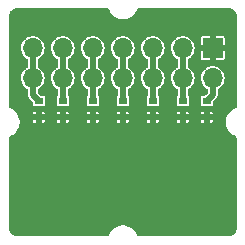
<source format=gbr>
%TF.GenerationSoftware,KiCad,Pcbnew,6.0.7+dfsg-1~bpo11+1*%
%TF.CreationDate,2022-10-07T09:30:16+00:00*%
%TF.ProjectId,0101-INDICATORS,30313031-2d49-44e4-9449-4341544f5253,rev?*%
%TF.SameCoordinates,Original*%
%TF.FileFunction,Copper,L2,Bot*%
%TF.FilePolarity,Positive*%
%FSLAX46Y46*%
G04 Gerber Fmt 4.6, Leading zero omitted, Abs format (unit mm)*
G04 Created by KiCad (PCBNEW 6.0.7+dfsg-1~bpo11+1) date 2022-10-07 09:30:16*
%MOMM*%
%LPD*%
G01*
G04 APERTURE LIST*
%TA.AperFunction,ComponentPad*%
%ADD10R,1.700000X1.700000*%
%TD*%
%TA.AperFunction,ComponentPad*%
%ADD11O,1.700000X1.700000*%
%TD*%
%TA.AperFunction,SMDPad,CuDef*%
%ADD12R,0.700000X0.600000*%
%TD*%
%TA.AperFunction,ViaPad*%
%ADD13C,0.500000*%
%TD*%
%TA.AperFunction,Conductor*%
%ADD14C,0.500000*%
%TD*%
G04 APERTURE END LIST*
D10*
%TO.P,J1,1,Pin_1*%
%TO.N,GND*%
X17425000Y16075000D03*
D11*
%TO.P,J1,2,Pin_2*%
%TO.N,VCC*%
X17425000Y13535000D03*
%TO.P,J1,3,Pin_3*%
%TO.N,/LED6*%
X14885000Y16075000D03*
%TO.P,J1,4,Pin_4*%
X14885000Y13535000D03*
%TO.P,J1,5,Pin_5*%
%TO.N,/LED5*%
X12345000Y16075000D03*
%TO.P,J1,6,Pin_6*%
X12345000Y13535000D03*
%TO.P,J1,7,Pin_7*%
%TO.N,/LED4*%
X9805000Y16075000D03*
%TO.P,J1,8,Pin_8*%
X9805000Y13535000D03*
%TO.P,J1,9,Pin_9*%
%TO.N,/LED3*%
X7265000Y16075000D03*
%TO.P,J1,10,Pin_10*%
X7265000Y13535000D03*
%TO.P,J1,11,Pin_11*%
%TO.N,/LED2*%
X4725000Y16075000D03*
%TO.P,J1,12,Pin_12*%
X4725000Y13535000D03*
%TO.P,J1,13,Pin_13*%
%TO.N,/LED1*%
X2185000Y16075000D03*
%TO.P,J1,14,Pin_14*%
X2185000Y13535000D03*
%TD*%
D12*
%TO.P,D9,1,A1*%
%TO.N,/LED3*%
X7260000Y11610000D03*
%TO.P,D9,2,A2*%
%TO.N,GND*%
X7260000Y10210000D03*
%TD*%
%TO.P,D10,1,A1*%
%TO.N,/LED4*%
X9800000Y11610000D03*
%TO.P,D10,2,A2*%
%TO.N,GND*%
X9800000Y10210000D03*
%TD*%
%TO.P,D7,1,A1*%
%TO.N,/LED1*%
X2688000Y11610000D03*
%TO.P,D7,2,A2*%
%TO.N,GND*%
X2688000Y10210000D03*
%TD*%
%TO.P,D12,1,A1*%
%TO.N,/LED6*%
X14880000Y11610000D03*
%TO.P,D12,2,A2*%
%TO.N,GND*%
X14880000Y10210000D03*
%TD*%
%TO.P,D8,1,A1*%
%TO.N,/LED2*%
X4720000Y11610000D03*
%TO.P,D8,2,A2*%
%TO.N,GND*%
X4720000Y10210000D03*
%TD*%
%TO.P,D13,1,A1*%
%TO.N,VCC*%
X16912000Y11610000D03*
%TO.P,D13,2,A2*%
%TO.N,GND*%
X16912000Y10210000D03*
%TD*%
%TO.P,D11,1,A1*%
%TO.N,/LED5*%
X12340000Y11610000D03*
%TO.P,D11,2,A2*%
%TO.N,GND*%
X12340000Y10210000D03*
%TD*%
D13*
%TO.N,GND*%
X910000Y7735000D03*
X11070000Y7735000D03*
X8530000Y7735000D03*
X8530000Y9640000D03*
X3450000Y7735000D03*
X16150000Y7735000D03*
X13610000Y9640000D03*
X5990000Y9640000D03*
X5990000Y7735000D03*
X18690000Y7735000D03*
X11070000Y9640000D03*
X16150000Y9132000D03*
X13610000Y7735000D03*
X3450000Y9132000D03*
%TD*%
D14*
%TO.N,VCC*%
X17425000Y12123000D02*
X16912000Y11610000D01*
X17425000Y13535000D02*
X17425000Y12123000D01*
%TO.N,/LED1*%
X2185000Y16075000D02*
X2185000Y12113000D01*
X2185000Y12113000D02*
X2688000Y11610000D01*
X2180000Y16070000D02*
X2185000Y16075000D01*
%TO.N,/LED2*%
X4720000Y16070000D02*
X4725000Y16075000D01*
X4720000Y11610000D02*
X4720000Y16070000D01*
%TO.N,/LED3*%
X7260000Y16070000D02*
X7265000Y16075000D01*
X7260000Y11610000D02*
X7260000Y16070000D01*
%TO.N,/LED4*%
X9800000Y11610000D02*
X9800000Y16070000D01*
X9800000Y16070000D02*
X9805000Y16075000D01*
%TO.N,/LED5*%
X12340000Y11610000D02*
X12340000Y16070000D01*
X12340000Y16070000D02*
X12345000Y16075000D01*
%TO.N,/LED6*%
X14880000Y16070000D02*
X14885000Y16075000D01*
X14880000Y11610000D02*
X14880000Y16070000D01*
%TD*%
%TA.AperFunction,Conductor*%
%TO.N,GND*%
G36*
X8553332Y19429498D02*
G01*
X8599825Y19375842D01*
X8601115Y19372667D01*
X8601476Y19371320D01*
X8687324Y19181795D01*
X8690190Y19177505D01*
X8746090Y19093828D01*
X8802901Y19008786D01*
X8945119Y18856918D01*
X9110178Y18730247D01*
X9293668Y18632159D01*
X9298545Y18630503D01*
X9298548Y18630502D01*
X9485802Y18566931D01*
X9490686Y18565273D01*
X9695969Y18531377D01*
X9904031Y18531377D01*
X10109314Y18565273D01*
X10114198Y18566931D01*
X10301452Y18630502D01*
X10301455Y18630503D01*
X10306332Y18632159D01*
X10489822Y18730247D01*
X10654881Y18856918D01*
X10797099Y19008786D01*
X10853911Y19093828D01*
X10909810Y19177505D01*
X10912676Y19181795D01*
X10963341Y19293646D01*
X10998524Y19371320D01*
X10999686Y19370793D01*
X11037922Y19423337D01*
X11104100Y19449046D01*
X11114789Y19449500D01*
X18763598Y19449500D01*
X18771315Y19448484D01*
X18783978Y19448484D01*
X18800000Y19444191D01*
X18813583Y19447830D01*
X18816043Y19447692D01*
X18930420Y19434805D01*
X18957928Y19428526D01*
X19068407Y19389868D01*
X19093820Y19377631D01*
X19192943Y19315349D01*
X19214998Y19297759D01*
X19297759Y19214998D01*
X19315349Y19192943D01*
X19377631Y19093820D01*
X19389868Y19068407D01*
X19428526Y18957928D01*
X19434805Y18930420D01*
X19447692Y18816043D01*
X19447830Y18813583D01*
X19444191Y18800000D01*
X19448484Y18783978D01*
X19448484Y18771315D01*
X19449500Y18763598D01*
X19449500Y11114789D01*
X19429498Y11046668D01*
X19375842Y11000175D01*
X19372667Y10998885D01*
X19371320Y10998524D01*
X19181795Y10912676D01*
X19177505Y10909810D01*
X19013074Y10799964D01*
X19013070Y10799961D01*
X19008786Y10797099D01*
X18856918Y10654881D01*
X18730247Y10489822D01*
X18632159Y10306332D01*
X18630503Y10301455D01*
X18630502Y10301452D01*
X18566931Y10114198D01*
X18565273Y10109314D01*
X18531377Y9904031D01*
X18531377Y9695969D01*
X18565273Y9490686D01*
X18566931Y9485803D01*
X18566931Y9485802D01*
X18607160Y9367306D01*
X18632159Y9293668D01*
X18730247Y9110178D01*
X18856918Y8945119D01*
X19008786Y8802901D01*
X19013070Y8800039D01*
X19013074Y8800036D01*
X19084217Y8752510D01*
X19181795Y8687324D01*
X19186495Y8685195D01*
X19186497Y8685194D01*
X19371320Y8601476D01*
X19370793Y8600314D01*
X19423337Y8562078D01*
X19449046Y8495900D01*
X19449500Y8485211D01*
X19449500Y836402D01*
X19448484Y828685D01*
X19448484Y816022D01*
X19444191Y800000D01*
X19447830Y786417D01*
X19447692Y783957D01*
X19434805Y669580D01*
X19428526Y642072D01*
X19389868Y531593D01*
X19377631Y506180D01*
X19315349Y407057D01*
X19297759Y385002D01*
X19214998Y302241D01*
X19192943Y284651D01*
X19093820Y222369D01*
X19068407Y210132D01*
X18957928Y171474D01*
X18930420Y165195D01*
X18816043Y152308D01*
X18813583Y152170D01*
X18800000Y155809D01*
X18783978Y151516D01*
X18771315Y151516D01*
X18763598Y150500D01*
X11114789Y150500D01*
X11046668Y170502D01*
X11000175Y224158D01*
X10998885Y227333D01*
X10998524Y228680D01*
X10912676Y418205D01*
X10888477Y454429D01*
X10799964Y586926D01*
X10799961Y586930D01*
X10797099Y591214D01*
X10654881Y743082D01*
X10489822Y869753D01*
X10306332Y967841D01*
X10301455Y969497D01*
X10301452Y969498D01*
X10114198Y1033069D01*
X10114197Y1033069D01*
X10109314Y1034727D01*
X9904031Y1068623D01*
X9695969Y1068623D01*
X9490686Y1034727D01*
X9485803Y1033069D01*
X9485802Y1033069D01*
X9298548Y969498D01*
X9298545Y969497D01*
X9293668Y967841D01*
X9110178Y869753D01*
X8945119Y743082D01*
X8802901Y591214D01*
X8800039Y586930D01*
X8800036Y586926D01*
X8711523Y454429D01*
X8687324Y418205D01*
X8685195Y413505D01*
X8685194Y413503D01*
X8634796Y302241D01*
X8601476Y228680D01*
X8600314Y229207D01*
X8562078Y176663D01*
X8495900Y150954D01*
X8485211Y150500D01*
X836402Y150500D01*
X828685Y151516D01*
X816022Y151516D01*
X800000Y155809D01*
X786417Y152170D01*
X783957Y152308D01*
X669580Y165195D01*
X642072Y171474D01*
X531593Y210132D01*
X506180Y222369D01*
X407057Y284651D01*
X385002Y302241D01*
X302241Y385002D01*
X284651Y407057D01*
X222369Y506180D01*
X210132Y531593D01*
X171474Y642072D01*
X165195Y669580D01*
X152308Y783957D01*
X152170Y786417D01*
X155809Y800000D01*
X151516Y816022D01*
X151516Y828685D01*
X150500Y836402D01*
X150500Y8485211D01*
X170502Y8553332D01*
X224158Y8599825D01*
X227333Y8601115D01*
X228680Y8601476D01*
X418205Y8687324D01*
X515783Y8752510D01*
X586926Y8800036D01*
X586930Y8800039D01*
X591214Y8802901D01*
X743082Y8945119D01*
X869753Y9110178D01*
X967841Y9293668D01*
X992841Y9367306D01*
X1033069Y9485802D01*
X1033069Y9485803D01*
X1034727Y9490686D01*
X1068623Y9695969D01*
X1068623Y9901414D01*
X2188001Y9901414D01*
X2189209Y9889154D01*
X2194282Y9863648D01*
X2203599Y9841152D01*
X2222963Y9812172D01*
X2240172Y9794963D01*
X2269156Y9775596D01*
X2291642Y9766282D01*
X2317158Y9761207D01*
X2329412Y9760000D01*
X2415885Y9760000D01*
X2431124Y9764475D01*
X2432329Y9765865D01*
X2434000Y9773548D01*
X2434000Y9778116D01*
X2942000Y9778116D01*
X2946475Y9762877D01*
X2947865Y9761672D01*
X2955548Y9760001D01*
X3046586Y9760001D01*
X3058846Y9761209D01*
X3084352Y9766282D01*
X3106848Y9775599D01*
X3135828Y9794963D01*
X3153037Y9812172D01*
X3172404Y9841156D01*
X3181718Y9863642D01*
X3186793Y9889158D01*
X3188000Y9901412D01*
X3188000Y9901414D01*
X4220001Y9901414D01*
X4221209Y9889154D01*
X4226282Y9863648D01*
X4235599Y9841152D01*
X4254963Y9812172D01*
X4272172Y9794963D01*
X4301156Y9775596D01*
X4323642Y9766282D01*
X4349158Y9761207D01*
X4361412Y9760000D01*
X4447885Y9760000D01*
X4463124Y9764475D01*
X4464329Y9765865D01*
X4466000Y9773548D01*
X4466000Y9778116D01*
X4974000Y9778116D01*
X4978475Y9762877D01*
X4979865Y9761672D01*
X4987548Y9760001D01*
X5078586Y9760001D01*
X5090846Y9761209D01*
X5116352Y9766282D01*
X5138848Y9775599D01*
X5167828Y9794963D01*
X5185037Y9812172D01*
X5204404Y9841156D01*
X5213718Y9863642D01*
X5218793Y9889158D01*
X5220000Y9901412D01*
X5220000Y9901414D01*
X6760001Y9901414D01*
X6761209Y9889154D01*
X6766282Y9863648D01*
X6775599Y9841152D01*
X6794963Y9812172D01*
X6812172Y9794963D01*
X6841156Y9775596D01*
X6863642Y9766282D01*
X6889158Y9761207D01*
X6901412Y9760000D01*
X6987885Y9760000D01*
X7003124Y9764475D01*
X7004329Y9765865D01*
X7006000Y9773548D01*
X7006000Y9778116D01*
X7514000Y9778116D01*
X7518475Y9762877D01*
X7519865Y9761672D01*
X7527548Y9760001D01*
X7618586Y9760001D01*
X7630846Y9761209D01*
X7656352Y9766282D01*
X7678848Y9775599D01*
X7707828Y9794963D01*
X7725037Y9812172D01*
X7744404Y9841156D01*
X7753718Y9863642D01*
X7758793Y9889158D01*
X7760000Y9901412D01*
X7760000Y9901414D01*
X9300001Y9901414D01*
X9301209Y9889154D01*
X9306282Y9863648D01*
X9315599Y9841152D01*
X9334963Y9812172D01*
X9352172Y9794963D01*
X9381156Y9775596D01*
X9403642Y9766282D01*
X9429158Y9761207D01*
X9441412Y9760000D01*
X9527885Y9760000D01*
X9543124Y9764475D01*
X9544329Y9765865D01*
X9546000Y9773548D01*
X9546000Y9778116D01*
X10054000Y9778116D01*
X10058475Y9762877D01*
X10059865Y9761672D01*
X10067548Y9760001D01*
X10158586Y9760001D01*
X10170846Y9761209D01*
X10196352Y9766282D01*
X10218848Y9775599D01*
X10247828Y9794963D01*
X10265037Y9812172D01*
X10284404Y9841156D01*
X10293718Y9863642D01*
X10298793Y9889158D01*
X10300000Y9901412D01*
X10300000Y9901414D01*
X11840001Y9901414D01*
X11841209Y9889154D01*
X11846282Y9863648D01*
X11855599Y9841152D01*
X11874963Y9812172D01*
X11892172Y9794963D01*
X11921156Y9775596D01*
X11943642Y9766282D01*
X11969158Y9761207D01*
X11981412Y9760000D01*
X12067885Y9760000D01*
X12083124Y9764475D01*
X12084329Y9765865D01*
X12086000Y9773548D01*
X12086000Y9778116D01*
X12594000Y9778116D01*
X12598475Y9762877D01*
X12599865Y9761672D01*
X12607548Y9760001D01*
X12698586Y9760001D01*
X12710846Y9761209D01*
X12736352Y9766282D01*
X12758848Y9775599D01*
X12787828Y9794963D01*
X12805037Y9812172D01*
X12824404Y9841156D01*
X12833718Y9863642D01*
X12838793Y9889158D01*
X12840000Y9901412D01*
X12840000Y9901414D01*
X14380001Y9901414D01*
X14381209Y9889154D01*
X14386282Y9863648D01*
X14395599Y9841152D01*
X14414963Y9812172D01*
X14432172Y9794963D01*
X14461156Y9775596D01*
X14483642Y9766282D01*
X14509158Y9761207D01*
X14521412Y9760000D01*
X14607885Y9760000D01*
X14623124Y9764475D01*
X14624329Y9765865D01*
X14626000Y9773548D01*
X14626000Y9778116D01*
X15134000Y9778116D01*
X15138475Y9762877D01*
X15139865Y9761672D01*
X15147548Y9760001D01*
X15238586Y9760001D01*
X15250846Y9761209D01*
X15276352Y9766282D01*
X15298848Y9775599D01*
X15327828Y9794963D01*
X15345037Y9812172D01*
X15364404Y9841156D01*
X15373718Y9863642D01*
X15378793Y9889158D01*
X15380000Y9901412D01*
X15380000Y9901414D01*
X16412001Y9901414D01*
X16413209Y9889154D01*
X16418282Y9863648D01*
X16427599Y9841152D01*
X16446963Y9812172D01*
X16464172Y9794963D01*
X16493156Y9775596D01*
X16515642Y9766282D01*
X16541158Y9761207D01*
X16553412Y9760000D01*
X16639885Y9760000D01*
X16655124Y9764475D01*
X16656329Y9765865D01*
X16658000Y9773548D01*
X16658000Y9778116D01*
X17166000Y9778116D01*
X17170475Y9762877D01*
X17171865Y9761672D01*
X17179548Y9760001D01*
X17270586Y9760001D01*
X17282846Y9761209D01*
X17308352Y9766282D01*
X17330848Y9775599D01*
X17359828Y9794963D01*
X17377037Y9812172D01*
X17396404Y9841156D01*
X17405718Y9863642D01*
X17410793Y9889158D01*
X17412000Y9901412D01*
X17412000Y9937885D01*
X17407525Y9953124D01*
X17406135Y9954329D01*
X17398452Y9956000D01*
X17184115Y9956000D01*
X17168876Y9951525D01*
X17167671Y9950135D01*
X17166000Y9942452D01*
X17166000Y9778116D01*
X16658000Y9778116D01*
X16658000Y9937885D01*
X16653525Y9953124D01*
X16652135Y9954329D01*
X16644452Y9956000D01*
X16430116Y9956000D01*
X16414877Y9951525D01*
X16413672Y9950135D01*
X16412001Y9942452D01*
X16412001Y9901414D01*
X15380000Y9901414D01*
X15380000Y9937885D01*
X15375525Y9953124D01*
X15374135Y9954329D01*
X15366452Y9956000D01*
X15152115Y9956000D01*
X15136876Y9951525D01*
X15135671Y9950135D01*
X15134000Y9942452D01*
X15134000Y9778116D01*
X14626000Y9778116D01*
X14626000Y9937885D01*
X14621525Y9953124D01*
X14620135Y9954329D01*
X14612452Y9956000D01*
X14398116Y9956000D01*
X14382877Y9951525D01*
X14381672Y9950135D01*
X14380001Y9942452D01*
X14380001Y9901414D01*
X12840000Y9901414D01*
X12840000Y9937885D01*
X12835525Y9953124D01*
X12834135Y9954329D01*
X12826452Y9956000D01*
X12612115Y9956000D01*
X12596876Y9951525D01*
X12595671Y9950135D01*
X12594000Y9942452D01*
X12594000Y9778116D01*
X12086000Y9778116D01*
X12086000Y9937885D01*
X12081525Y9953124D01*
X12080135Y9954329D01*
X12072452Y9956000D01*
X11858116Y9956000D01*
X11842877Y9951525D01*
X11841672Y9950135D01*
X11840001Y9942452D01*
X11840001Y9901414D01*
X10300000Y9901414D01*
X10300000Y9937885D01*
X10295525Y9953124D01*
X10294135Y9954329D01*
X10286452Y9956000D01*
X10072115Y9956000D01*
X10056876Y9951525D01*
X10055671Y9950135D01*
X10054000Y9942452D01*
X10054000Y9778116D01*
X9546000Y9778116D01*
X9546000Y9937885D01*
X9541525Y9953124D01*
X9540135Y9954329D01*
X9532452Y9956000D01*
X9318116Y9956000D01*
X9302877Y9951525D01*
X9301672Y9950135D01*
X9300001Y9942452D01*
X9300001Y9901414D01*
X7760000Y9901414D01*
X7760000Y9937885D01*
X7755525Y9953124D01*
X7754135Y9954329D01*
X7746452Y9956000D01*
X7532115Y9956000D01*
X7516876Y9951525D01*
X7515671Y9950135D01*
X7514000Y9942452D01*
X7514000Y9778116D01*
X7006000Y9778116D01*
X7006000Y9937885D01*
X7001525Y9953124D01*
X7000135Y9954329D01*
X6992452Y9956000D01*
X6778116Y9956000D01*
X6762877Y9951525D01*
X6761672Y9950135D01*
X6760001Y9942452D01*
X6760001Y9901414D01*
X5220000Y9901414D01*
X5220000Y9937885D01*
X5215525Y9953124D01*
X5214135Y9954329D01*
X5206452Y9956000D01*
X4992115Y9956000D01*
X4976876Y9951525D01*
X4975671Y9950135D01*
X4974000Y9942452D01*
X4974000Y9778116D01*
X4466000Y9778116D01*
X4466000Y9937885D01*
X4461525Y9953124D01*
X4460135Y9954329D01*
X4452452Y9956000D01*
X4238116Y9956000D01*
X4222877Y9951525D01*
X4221672Y9950135D01*
X4220001Y9942452D01*
X4220001Y9901414D01*
X3188000Y9901414D01*
X3188000Y9937885D01*
X3183525Y9953124D01*
X3182135Y9954329D01*
X3174452Y9956000D01*
X2960115Y9956000D01*
X2944876Y9951525D01*
X2943671Y9950135D01*
X2942000Y9942452D01*
X2942000Y9778116D01*
X2434000Y9778116D01*
X2434000Y9937885D01*
X2429525Y9953124D01*
X2428135Y9954329D01*
X2420452Y9956000D01*
X2206116Y9956000D01*
X2190877Y9951525D01*
X2189672Y9950135D01*
X2188001Y9942452D01*
X2188001Y9901414D01*
X1068623Y9901414D01*
X1068623Y9904031D01*
X1034727Y10109314D01*
X1033069Y10114198D01*
X969498Y10301452D01*
X969497Y10301455D01*
X967841Y10306332D01*
X873873Y10482115D01*
X2188000Y10482115D01*
X2192475Y10466876D01*
X2193865Y10465671D01*
X2201548Y10464000D01*
X2415885Y10464000D01*
X2431124Y10468475D01*
X2432329Y10469865D01*
X2434000Y10477548D01*
X2434000Y10482115D01*
X2942000Y10482115D01*
X2946475Y10466876D01*
X2947865Y10465671D01*
X2955548Y10464000D01*
X3169884Y10464000D01*
X3185123Y10468475D01*
X3186328Y10469865D01*
X3187999Y10477548D01*
X3187999Y10482115D01*
X4220000Y10482115D01*
X4224475Y10466876D01*
X4225865Y10465671D01*
X4233548Y10464000D01*
X4447885Y10464000D01*
X4463124Y10468475D01*
X4464329Y10469865D01*
X4466000Y10477548D01*
X4466000Y10482115D01*
X4974000Y10482115D01*
X4978475Y10466876D01*
X4979865Y10465671D01*
X4987548Y10464000D01*
X5201884Y10464000D01*
X5217123Y10468475D01*
X5218328Y10469865D01*
X5219999Y10477548D01*
X5219999Y10482115D01*
X6760000Y10482115D01*
X6764475Y10466876D01*
X6765865Y10465671D01*
X6773548Y10464000D01*
X6987885Y10464000D01*
X7003124Y10468475D01*
X7004329Y10469865D01*
X7006000Y10477548D01*
X7006000Y10482115D01*
X7514000Y10482115D01*
X7518475Y10466876D01*
X7519865Y10465671D01*
X7527548Y10464000D01*
X7741884Y10464000D01*
X7757123Y10468475D01*
X7758328Y10469865D01*
X7759999Y10477548D01*
X7759999Y10482115D01*
X9300000Y10482115D01*
X9304475Y10466876D01*
X9305865Y10465671D01*
X9313548Y10464000D01*
X9527885Y10464000D01*
X9543124Y10468475D01*
X9544329Y10469865D01*
X9546000Y10477548D01*
X9546000Y10482115D01*
X10054000Y10482115D01*
X10058475Y10466876D01*
X10059865Y10465671D01*
X10067548Y10464000D01*
X10281884Y10464000D01*
X10297123Y10468475D01*
X10298328Y10469865D01*
X10299999Y10477548D01*
X10299999Y10482115D01*
X11840000Y10482115D01*
X11844475Y10466876D01*
X11845865Y10465671D01*
X11853548Y10464000D01*
X12067885Y10464000D01*
X12083124Y10468475D01*
X12084329Y10469865D01*
X12086000Y10477548D01*
X12086000Y10482115D01*
X12594000Y10482115D01*
X12598475Y10466876D01*
X12599865Y10465671D01*
X12607548Y10464000D01*
X12821884Y10464000D01*
X12837123Y10468475D01*
X12838328Y10469865D01*
X12839999Y10477548D01*
X12839999Y10482115D01*
X14380000Y10482115D01*
X14384475Y10466876D01*
X14385865Y10465671D01*
X14393548Y10464000D01*
X14607885Y10464000D01*
X14623124Y10468475D01*
X14624329Y10469865D01*
X14626000Y10477548D01*
X14626000Y10482115D01*
X15134000Y10482115D01*
X15138475Y10466876D01*
X15139865Y10465671D01*
X15147548Y10464000D01*
X15361884Y10464000D01*
X15377123Y10468475D01*
X15378328Y10469865D01*
X15379999Y10477548D01*
X15379999Y10482115D01*
X16412000Y10482115D01*
X16416475Y10466876D01*
X16417865Y10465671D01*
X16425548Y10464000D01*
X16639885Y10464000D01*
X16655124Y10468475D01*
X16656329Y10469865D01*
X16658000Y10477548D01*
X16658000Y10482115D01*
X17166000Y10482115D01*
X17170475Y10466876D01*
X17171865Y10465671D01*
X17179548Y10464000D01*
X17393884Y10464000D01*
X17409123Y10468475D01*
X17410328Y10469865D01*
X17411999Y10477548D01*
X17411999Y10518586D01*
X17410791Y10530846D01*
X17405718Y10556352D01*
X17396401Y10578848D01*
X17377037Y10607828D01*
X17359828Y10625037D01*
X17330844Y10644404D01*
X17308358Y10653718D01*
X17282842Y10658793D01*
X17270588Y10660000D01*
X17184115Y10660000D01*
X17168876Y10655525D01*
X17167671Y10654135D01*
X17166000Y10646452D01*
X17166000Y10482115D01*
X16658000Y10482115D01*
X16658000Y10641884D01*
X16653525Y10657123D01*
X16652135Y10658328D01*
X16644452Y10659999D01*
X16553414Y10659999D01*
X16541154Y10658791D01*
X16515648Y10653718D01*
X16493152Y10644401D01*
X16464172Y10625037D01*
X16446963Y10607828D01*
X16427596Y10578844D01*
X16418282Y10556358D01*
X16413207Y10530842D01*
X16412000Y10518588D01*
X16412000Y10482115D01*
X15379999Y10482115D01*
X15379999Y10518586D01*
X15378791Y10530846D01*
X15373718Y10556352D01*
X15364401Y10578848D01*
X15345037Y10607828D01*
X15327828Y10625037D01*
X15298844Y10644404D01*
X15276358Y10653718D01*
X15250842Y10658793D01*
X15238588Y10660000D01*
X15152115Y10660000D01*
X15136876Y10655525D01*
X15135671Y10654135D01*
X15134000Y10646452D01*
X15134000Y10482115D01*
X14626000Y10482115D01*
X14626000Y10641884D01*
X14621525Y10657123D01*
X14620135Y10658328D01*
X14612452Y10659999D01*
X14521414Y10659999D01*
X14509154Y10658791D01*
X14483648Y10653718D01*
X14461152Y10644401D01*
X14432172Y10625037D01*
X14414963Y10607828D01*
X14395596Y10578844D01*
X14386282Y10556358D01*
X14381207Y10530842D01*
X14380000Y10518588D01*
X14380000Y10482115D01*
X12839999Y10482115D01*
X12839999Y10518586D01*
X12838791Y10530846D01*
X12833718Y10556352D01*
X12824401Y10578848D01*
X12805037Y10607828D01*
X12787828Y10625037D01*
X12758844Y10644404D01*
X12736358Y10653718D01*
X12710842Y10658793D01*
X12698588Y10660000D01*
X12612115Y10660000D01*
X12596876Y10655525D01*
X12595671Y10654135D01*
X12594000Y10646452D01*
X12594000Y10482115D01*
X12086000Y10482115D01*
X12086000Y10641884D01*
X12081525Y10657123D01*
X12080135Y10658328D01*
X12072452Y10659999D01*
X11981414Y10659999D01*
X11969154Y10658791D01*
X11943648Y10653718D01*
X11921152Y10644401D01*
X11892172Y10625037D01*
X11874963Y10607828D01*
X11855596Y10578844D01*
X11846282Y10556358D01*
X11841207Y10530842D01*
X11840000Y10518588D01*
X11840000Y10482115D01*
X10299999Y10482115D01*
X10299999Y10518586D01*
X10298791Y10530846D01*
X10293718Y10556352D01*
X10284401Y10578848D01*
X10265037Y10607828D01*
X10247828Y10625037D01*
X10218844Y10644404D01*
X10196358Y10653718D01*
X10170842Y10658793D01*
X10158588Y10660000D01*
X10072115Y10660000D01*
X10056876Y10655525D01*
X10055671Y10654135D01*
X10054000Y10646452D01*
X10054000Y10482115D01*
X9546000Y10482115D01*
X9546000Y10641884D01*
X9541525Y10657123D01*
X9540135Y10658328D01*
X9532452Y10659999D01*
X9441414Y10659999D01*
X9429154Y10658791D01*
X9403648Y10653718D01*
X9381152Y10644401D01*
X9352172Y10625037D01*
X9334963Y10607828D01*
X9315596Y10578844D01*
X9306282Y10556358D01*
X9301207Y10530842D01*
X9300000Y10518588D01*
X9300000Y10482115D01*
X7759999Y10482115D01*
X7759999Y10518586D01*
X7758791Y10530846D01*
X7753718Y10556352D01*
X7744401Y10578848D01*
X7725037Y10607828D01*
X7707828Y10625037D01*
X7678844Y10644404D01*
X7656358Y10653718D01*
X7630842Y10658793D01*
X7618588Y10660000D01*
X7532115Y10660000D01*
X7516876Y10655525D01*
X7515671Y10654135D01*
X7514000Y10646452D01*
X7514000Y10482115D01*
X7006000Y10482115D01*
X7006000Y10641884D01*
X7001525Y10657123D01*
X7000135Y10658328D01*
X6992452Y10659999D01*
X6901414Y10659999D01*
X6889154Y10658791D01*
X6863648Y10653718D01*
X6841152Y10644401D01*
X6812172Y10625037D01*
X6794963Y10607828D01*
X6775596Y10578844D01*
X6766282Y10556358D01*
X6761207Y10530842D01*
X6760000Y10518588D01*
X6760000Y10482115D01*
X5219999Y10482115D01*
X5219999Y10518586D01*
X5218791Y10530846D01*
X5213718Y10556352D01*
X5204401Y10578848D01*
X5185037Y10607828D01*
X5167828Y10625037D01*
X5138844Y10644404D01*
X5116358Y10653718D01*
X5090842Y10658793D01*
X5078588Y10660000D01*
X4992115Y10660000D01*
X4976876Y10655525D01*
X4975671Y10654135D01*
X4974000Y10646452D01*
X4974000Y10482115D01*
X4466000Y10482115D01*
X4466000Y10641884D01*
X4461525Y10657123D01*
X4460135Y10658328D01*
X4452452Y10659999D01*
X4361414Y10659999D01*
X4349154Y10658791D01*
X4323648Y10653718D01*
X4301152Y10644401D01*
X4272172Y10625037D01*
X4254963Y10607828D01*
X4235596Y10578844D01*
X4226282Y10556358D01*
X4221207Y10530842D01*
X4220000Y10518588D01*
X4220000Y10482115D01*
X3187999Y10482115D01*
X3187999Y10518586D01*
X3186791Y10530846D01*
X3181718Y10556352D01*
X3172401Y10578848D01*
X3153037Y10607828D01*
X3135828Y10625037D01*
X3106844Y10644404D01*
X3084358Y10653718D01*
X3058842Y10658793D01*
X3046588Y10660000D01*
X2960115Y10660000D01*
X2944876Y10655525D01*
X2943671Y10654135D01*
X2942000Y10646452D01*
X2942000Y10482115D01*
X2434000Y10482115D01*
X2434000Y10641884D01*
X2429525Y10657123D01*
X2428135Y10658328D01*
X2420452Y10659999D01*
X2329414Y10659999D01*
X2317154Y10658791D01*
X2291648Y10653718D01*
X2269152Y10644401D01*
X2240172Y10625037D01*
X2222963Y10607828D01*
X2203596Y10578844D01*
X2194282Y10556358D01*
X2189207Y10530842D01*
X2188000Y10518588D01*
X2188000Y10482115D01*
X873873Y10482115D01*
X869753Y10489822D01*
X743082Y10654881D01*
X591214Y10797099D01*
X586930Y10799961D01*
X586926Y10799964D01*
X422495Y10909810D01*
X418205Y10912676D01*
X384660Y10927871D01*
X228680Y10998524D01*
X229207Y10999686D01*
X176663Y11037922D01*
X150954Y11104100D01*
X150500Y11114789D01*
X150500Y13549037D01*
X1179757Y13549037D01*
X1196175Y13353517D01*
X1250258Y13164909D01*
X1253076Y13159426D01*
X1337123Y12995887D01*
X1337126Y12995883D01*
X1339944Y12990399D01*
X1461818Y12836631D01*
X1611238Y12709465D01*
X1616616Y12706459D01*
X1616618Y12706458D01*
X1719970Y12648697D01*
X1769676Y12598004D01*
X1784500Y12538709D01*
X1784500Y12049567D01*
X1787564Y12040136D01*
X1787565Y12040132D01*
X1791297Y12028647D01*
X1795913Y12009422D01*
X1799354Y11987696D01*
X1803855Y11978863D01*
X1803856Y11978859D01*
X1809341Y11968094D01*
X1816905Y11949834D01*
X1823704Y11928910D01*
X1836639Y11911107D01*
X1846965Y11894255D01*
X1856950Y11874658D01*
X1879503Y11852105D01*
X1879516Y11852091D01*
X2150595Y11581013D01*
X2184620Y11518700D01*
X2187500Y11491917D01*
X2187500Y11295180D01*
X2196233Y11251278D01*
X2203127Y11240960D01*
X2203128Y11240958D01*
X2222601Y11211815D01*
X2229496Y11201496D01*
X2239815Y11194601D01*
X2268958Y11175128D01*
X2268960Y11175127D01*
X2279278Y11168233D01*
X2323180Y11159500D01*
X3052820Y11159500D01*
X3096722Y11168233D01*
X3107040Y11175127D01*
X3107042Y11175128D01*
X3136185Y11194601D01*
X3146504Y11201496D01*
X3153399Y11211815D01*
X3172872Y11240958D01*
X3172873Y11240960D01*
X3179767Y11251278D01*
X3188500Y11295180D01*
X3188500Y11924820D01*
X3179767Y11968722D01*
X3172873Y11979040D01*
X3172872Y11979042D01*
X3153399Y12008185D01*
X3146504Y12018504D01*
X3123052Y12034174D01*
X3107042Y12044872D01*
X3107040Y12044873D01*
X3096722Y12051767D01*
X3052820Y12060500D01*
X2856083Y12060500D01*
X2787962Y12080502D01*
X2766987Y12097405D01*
X2622404Y12241989D01*
X2588379Y12304301D01*
X2585500Y12331084D01*
X2585500Y12538843D01*
X2605502Y12606964D01*
X2654688Y12651308D01*
X2723689Y12686163D01*
X2878303Y12806960D01*
X2908084Y12841461D01*
X3002485Y12950827D01*
X3002485Y12950828D01*
X3006509Y12955489D01*
X3103425Y13126091D01*
X3165358Y13312268D01*
X3189949Y13506929D01*
X3190341Y13535000D01*
X3188965Y13549037D01*
X3719757Y13549037D01*
X3736175Y13353517D01*
X3790258Y13164909D01*
X3793076Y13159426D01*
X3877123Y12995887D01*
X3877126Y12995883D01*
X3879944Y12990399D01*
X4001818Y12836631D01*
X4151238Y12709465D01*
X4156616Y12706459D01*
X4156618Y12706458D01*
X4254970Y12651491D01*
X4304676Y12600797D01*
X4319500Y12541503D01*
X4319500Y12124609D01*
X4299498Y12056488D01*
X4279072Y12035692D01*
X4280590Y12034174D01*
X4271815Y12025399D01*
X4261496Y12018504D01*
X4254601Y12008185D01*
X4235128Y11979042D01*
X4235127Y11979040D01*
X4228233Y11968722D01*
X4219500Y11924820D01*
X4219500Y11295180D01*
X4228233Y11251278D01*
X4235127Y11240960D01*
X4235128Y11240958D01*
X4254601Y11211815D01*
X4261496Y11201496D01*
X4271815Y11194601D01*
X4300958Y11175128D01*
X4300960Y11175127D01*
X4311278Y11168233D01*
X4355180Y11159500D01*
X5084820Y11159500D01*
X5128722Y11168233D01*
X5139040Y11175127D01*
X5139042Y11175128D01*
X5168185Y11194601D01*
X5178504Y11201496D01*
X5185399Y11211815D01*
X5204872Y11240958D01*
X5204873Y11240960D01*
X5211767Y11251278D01*
X5220500Y11295180D01*
X5220500Y11924820D01*
X5211767Y11968722D01*
X5204873Y11979040D01*
X5204872Y11979042D01*
X5185399Y12008185D01*
X5178504Y12018504D01*
X5168185Y12025399D01*
X5159410Y12034174D01*
X5162194Y12036958D01*
X5130965Y12074333D01*
X5120500Y12124609D01*
X5120500Y12536317D01*
X5140502Y12604438D01*
X5189690Y12648783D01*
X5258191Y12683385D01*
X5258197Y12683389D01*
X5263689Y12686163D01*
X5293515Y12709465D01*
X5413453Y12803171D01*
X5418303Y12806960D01*
X5448084Y12841461D01*
X5542485Y12950827D01*
X5542485Y12950828D01*
X5546509Y12955489D01*
X5643425Y13126091D01*
X5705358Y13312268D01*
X5729949Y13506929D01*
X5730341Y13535000D01*
X5728965Y13549037D01*
X6259757Y13549037D01*
X6276175Y13353517D01*
X6330258Y13164909D01*
X6333076Y13159426D01*
X6417123Y12995887D01*
X6417126Y12995883D01*
X6419944Y12990399D01*
X6541818Y12836631D01*
X6691238Y12709465D01*
X6696616Y12706459D01*
X6696618Y12706458D01*
X6794970Y12651491D01*
X6844676Y12600797D01*
X6859500Y12541503D01*
X6859500Y12124609D01*
X6839498Y12056488D01*
X6819072Y12035692D01*
X6820590Y12034174D01*
X6811815Y12025399D01*
X6801496Y12018504D01*
X6794601Y12008185D01*
X6775128Y11979042D01*
X6775127Y11979040D01*
X6768233Y11968722D01*
X6759500Y11924820D01*
X6759500Y11295180D01*
X6768233Y11251278D01*
X6775127Y11240960D01*
X6775128Y11240958D01*
X6794601Y11211815D01*
X6801496Y11201496D01*
X6811815Y11194601D01*
X6840958Y11175128D01*
X6840960Y11175127D01*
X6851278Y11168233D01*
X6895180Y11159500D01*
X7624820Y11159500D01*
X7668722Y11168233D01*
X7679040Y11175127D01*
X7679042Y11175128D01*
X7708185Y11194601D01*
X7718504Y11201496D01*
X7725399Y11211815D01*
X7744872Y11240958D01*
X7744873Y11240960D01*
X7751767Y11251278D01*
X7760500Y11295180D01*
X7760500Y11924820D01*
X7751767Y11968722D01*
X7744873Y11979040D01*
X7744872Y11979042D01*
X7725399Y12008185D01*
X7718504Y12018504D01*
X7708185Y12025399D01*
X7699410Y12034174D01*
X7702194Y12036958D01*
X7670965Y12074333D01*
X7660500Y12124609D01*
X7660500Y12536317D01*
X7680502Y12604438D01*
X7729690Y12648783D01*
X7798191Y12683385D01*
X7798197Y12683389D01*
X7803689Y12686163D01*
X7833515Y12709465D01*
X7953453Y12803171D01*
X7958303Y12806960D01*
X7988084Y12841461D01*
X8082485Y12950827D01*
X8082485Y12950828D01*
X8086509Y12955489D01*
X8183425Y13126091D01*
X8245358Y13312268D01*
X8269949Y13506929D01*
X8270341Y13535000D01*
X8268965Y13549037D01*
X8799757Y13549037D01*
X8816175Y13353517D01*
X8870258Y13164909D01*
X8873076Y13159426D01*
X8957123Y12995887D01*
X8957126Y12995883D01*
X8959944Y12990399D01*
X9081818Y12836631D01*
X9231238Y12709465D01*
X9236616Y12706459D01*
X9236618Y12706458D01*
X9334970Y12651491D01*
X9384676Y12600797D01*
X9399500Y12541503D01*
X9399500Y12124609D01*
X9379498Y12056488D01*
X9359072Y12035692D01*
X9360590Y12034174D01*
X9351815Y12025399D01*
X9341496Y12018504D01*
X9334601Y12008185D01*
X9315128Y11979042D01*
X9315127Y11979040D01*
X9308233Y11968722D01*
X9299500Y11924820D01*
X9299500Y11295180D01*
X9308233Y11251278D01*
X9315127Y11240960D01*
X9315128Y11240958D01*
X9334601Y11211815D01*
X9341496Y11201496D01*
X9351815Y11194601D01*
X9380958Y11175128D01*
X9380960Y11175127D01*
X9391278Y11168233D01*
X9435180Y11159500D01*
X10164820Y11159500D01*
X10208722Y11168233D01*
X10219040Y11175127D01*
X10219042Y11175128D01*
X10248185Y11194601D01*
X10258504Y11201496D01*
X10265399Y11211815D01*
X10284872Y11240958D01*
X10284873Y11240960D01*
X10291767Y11251278D01*
X10300500Y11295180D01*
X10300500Y11924820D01*
X10291767Y11968722D01*
X10284873Y11979040D01*
X10284872Y11979042D01*
X10265399Y12008185D01*
X10258504Y12018504D01*
X10248185Y12025399D01*
X10239410Y12034174D01*
X10242194Y12036958D01*
X10210965Y12074333D01*
X10200500Y12124609D01*
X10200500Y12536317D01*
X10220502Y12604438D01*
X10269690Y12648783D01*
X10338191Y12683385D01*
X10338197Y12683389D01*
X10343689Y12686163D01*
X10373515Y12709465D01*
X10493453Y12803171D01*
X10498303Y12806960D01*
X10528084Y12841461D01*
X10622485Y12950827D01*
X10622485Y12950828D01*
X10626509Y12955489D01*
X10723425Y13126091D01*
X10785358Y13312268D01*
X10809949Y13506929D01*
X10810341Y13535000D01*
X10808965Y13549037D01*
X11339757Y13549037D01*
X11356175Y13353517D01*
X11410258Y13164909D01*
X11413076Y13159426D01*
X11497123Y12995887D01*
X11497126Y12995883D01*
X11499944Y12990399D01*
X11621818Y12836631D01*
X11771238Y12709465D01*
X11776616Y12706459D01*
X11776618Y12706458D01*
X11874970Y12651491D01*
X11924676Y12600797D01*
X11939500Y12541503D01*
X11939500Y12124609D01*
X11919498Y12056488D01*
X11899072Y12035692D01*
X11900590Y12034174D01*
X11891815Y12025399D01*
X11881496Y12018504D01*
X11874601Y12008185D01*
X11855128Y11979042D01*
X11855127Y11979040D01*
X11848233Y11968722D01*
X11839500Y11924820D01*
X11839500Y11295180D01*
X11848233Y11251278D01*
X11855127Y11240960D01*
X11855128Y11240958D01*
X11874601Y11211815D01*
X11881496Y11201496D01*
X11891815Y11194601D01*
X11920958Y11175128D01*
X11920960Y11175127D01*
X11931278Y11168233D01*
X11975180Y11159500D01*
X12704820Y11159500D01*
X12748722Y11168233D01*
X12759040Y11175127D01*
X12759042Y11175128D01*
X12788185Y11194601D01*
X12798504Y11201496D01*
X12805399Y11211815D01*
X12824872Y11240958D01*
X12824873Y11240960D01*
X12831767Y11251278D01*
X12840500Y11295180D01*
X12840500Y11924820D01*
X12831767Y11968722D01*
X12824873Y11979040D01*
X12824872Y11979042D01*
X12805399Y12008185D01*
X12798504Y12018504D01*
X12788185Y12025399D01*
X12779410Y12034174D01*
X12782194Y12036958D01*
X12750965Y12074333D01*
X12740500Y12124609D01*
X12740500Y12536317D01*
X12760502Y12604438D01*
X12809690Y12648783D01*
X12878191Y12683385D01*
X12878197Y12683389D01*
X12883689Y12686163D01*
X12913515Y12709465D01*
X13033453Y12803171D01*
X13038303Y12806960D01*
X13068084Y12841461D01*
X13162485Y12950827D01*
X13162485Y12950828D01*
X13166509Y12955489D01*
X13263425Y13126091D01*
X13325358Y13312268D01*
X13349949Y13506929D01*
X13350341Y13535000D01*
X13348965Y13549037D01*
X13879757Y13549037D01*
X13896175Y13353517D01*
X13950258Y13164909D01*
X13953076Y13159426D01*
X14037123Y12995887D01*
X14037126Y12995883D01*
X14039944Y12990399D01*
X14161818Y12836631D01*
X14311238Y12709465D01*
X14316616Y12706459D01*
X14316618Y12706458D01*
X14414970Y12651491D01*
X14464676Y12600797D01*
X14479500Y12541503D01*
X14479500Y12124609D01*
X14459498Y12056488D01*
X14439072Y12035692D01*
X14440590Y12034174D01*
X14431815Y12025399D01*
X14421496Y12018504D01*
X14414601Y12008185D01*
X14395128Y11979042D01*
X14395127Y11979040D01*
X14388233Y11968722D01*
X14379500Y11924820D01*
X14379500Y11295180D01*
X14388233Y11251278D01*
X14395127Y11240960D01*
X14395128Y11240958D01*
X14414601Y11211815D01*
X14421496Y11201496D01*
X14431815Y11194601D01*
X14460958Y11175128D01*
X14460960Y11175127D01*
X14471278Y11168233D01*
X14515180Y11159500D01*
X15244820Y11159500D01*
X15288722Y11168233D01*
X15299040Y11175127D01*
X15299042Y11175128D01*
X15328185Y11194601D01*
X15338504Y11201496D01*
X15345399Y11211815D01*
X15364872Y11240958D01*
X15364873Y11240960D01*
X15371767Y11251278D01*
X15380500Y11295180D01*
X16411500Y11295180D01*
X16420233Y11251278D01*
X16427127Y11240960D01*
X16427128Y11240958D01*
X16446601Y11211815D01*
X16453496Y11201496D01*
X16463815Y11194601D01*
X16492958Y11175128D01*
X16492960Y11175127D01*
X16503278Y11168233D01*
X16547180Y11159500D01*
X17276820Y11159500D01*
X17320722Y11168233D01*
X17331040Y11175127D01*
X17331042Y11175128D01*
X17360185Y11194601D01*
X17370504Y11201496D01*
X17377399Y11211815D01*
X17396872Y11240958D01*
X17396873Y11240960D01*
X17403767Y11251278D01*
X17412500Y11295180D01*
X17412500Y11491917D01*
X17432502Y11560038D01*
X17449405Y11581012D01*
X17730484Y11862091D01*
X17730487Y11862095D01*
X17753050Y11884658D01*
X17757940Y11894255D01*
X17763037Y11904257D01*
X17773366Y11921113D01*
X17780467Y11930887D01*
X17786297Y11938911D01*
X17793096Y11959836D01*
X17800660Y11978097D01*
X17806144Y11988860D01*
X17806144Y11988861D01*
X17810646Y11997696D01*
X17814087Y12019422D01*
X17818703Y12038648D01*
X17822435Y12050133D01*
X17822435Y12050135D01*
X17825500Y12059567D01*
X17825500Y12538843D01*
X17845502Y12606964D01*
X17894688Y12651308D01*
X17963689Y12686163D01*
X18118303Y12806960D01*
X18148084Y12841461D01*
X18242485Y12950827D01*
X18242485Y12950828D01*
X18246509Y12955489D01*
X18343425Y13126091D01*
X18405358Y13312268D01*
X18429949Y13506929D01*
X18430341Y13535000D01*
X18411194Y13730272D01*
X18409413Y13736171D01*
X18409412Y13736176D01*
X18356265Y13912207D01*
X18354484Y13918106D01*
X18262370Y14091347D01*
X18138361Y14243398D01*
X17987180Y14368465D01*
X17814585Y14461787D01*
X17720868Y14490797D01*
X17633039Y14517985D01*
X17633036Y14517986D01*
X17627152Y14519807D01*
X17621027Y14520451D01*
X17621026Y14520451D01*
X17438147Y14539673D01*
X17438146Y14539673D01*
X17432019Y14540317D01*
X17329127Y14530953D01*
X17242759Y14523093D01*
X17242758Y14523093D01*
X17236618Y14522534D01*
X17230704Y14520793D01*
X17230702Y14520793D01*
X17101734Y14482835D01*
X17048393Y14467136D01*
X17042928Y14464279D01*
X16879972Y14379088D01*
X16879968Y14379085D01*
X16874512Y14376233D01*
X16869712Y14372373D01*
X16869711Y14372373D01*
X16835326Y14344727D01*
X16721600Y14253289D01*
X16595480Y14102984D01*
X16592516Y14097592D01*
X16592513Y14097588D01*
X16513813Y13954433D01*
X16500956Y13931046D01*
X16441628Y13744022D01*
X16419757Y13549037D01*
X16436175Y13353517D01*
X16490258Y13164909D01*
X16493076Y13159426D01*
X16577123Y12995887D01*
X16577126Y12995883D01*
X16579944Y12990399D01*
X16701818Y12836631D01*
X16851238Y12709465D01*
X16856616Y12706459D01*
X16856618Y12706458D01*
X16959970Y12648697D01*
X17009676Y12598004D01*
X17024500Y12538709D01*
X17024500Y12341083D01*
X17004498Y12272962D01*
X16987595Y12251988D01*
X16833012Y12097405D01*
X16770700Y12063379D01*
X16743917Y12060500D01*
X16547180Y12060500D01*
X16503278Y12051767D01*
X16492960Y12044873D01*
X16492958Y12044872D01*
X16476948Y12034174D01*
X16453496Y12018504D01*
X16446601Y12008185D01*
X16427128Y11979042D01*
X16427127Y11979040D01*
X16420233Y11968722D01*
X16411500Y11924820D01*
X16411500Y11295180D01*
X15380500Y11295180D01*
X15380500Y11924820D01*
X15371767Y11968722D01*
X15364873Y11979040D01*
X15364872Y11979042D01*
X15345399Y12008185D01*
X15338504Y12018504D01*
X15328185Y12025399D01*
X15319410Y12034174D01*
X15322194Y12036958D01*
X15290965Y12074333D01*
X15280500Y12124609D01*
X15280500Y12536317D01*
X15300502Y12604438D01*
X15349690Y12648783D01*
X15418191Y12683385D01*
X15418197Y12683389D01*
X15423689Y12686163D01*
X15453515Y12709465D01*
X15573453Y12803171D01*
X15578303Y12806960D01*
X15608084Y12841461D01*
X15702485Y12950827D01*
X15702485Y12950828D01*
X15706509Y12955489D01*
X15803425Y13126091D01*
X15865358Y13312268D01*
X15889949Y13506929D01*
X15890341Y13535000D01*
X15871194Y13730272D01*
X15869413Y13736171D01*
X15869412Y13736176D01*
X15816265Y13912207D01*
X15814484Y13918106D01*
X15722370Y14091347D01*
X15598361Y14243398D01*
X15447180Y14368465D01*
X15346570Y14422865D01*
X15296163Y14472859D01*
X15280500Y14533700D01*
X15280500Y15076317D01*
X15300502Y15144438D01*
X15349690Y15188783D01*
X15404391Y15216414D01*
X16425001Y15216414D01*
X16426209Y15204154D01*
X16431282Y15178648D01*
X16440599Y15156152D01*
X16459963Y15127172D01*
X16477172Y15109963D01*
X16506156Y15090596D01*
X16528642Y15081282D01*
X16554158Y15076207D01*
X16566412Y15075000D01*
X17152885Y15075000D01*
X17168124Y15079475D01*
X17169329Y15080865D01*
X17171000Y15088548D01*
X17171000Y15093116D01*
X17679000Y15093116D01*
X17683475Y15077877D01*
X17684865Y15076672D01*
X17692548Y15075001D01*
X18283586Y15075001D01*
X18295846Y15076209D01*
X18321352Y15081282D01*
X18343848Y15090599D01*
X18372828Y15109963D01*
X18390037Y15127172D01*
X18409404Y15156156D01*
X18418718Y15178642D01*
X18423793Y15204158D01*
X18425000Y15216412D01*
X18425000Y15802885D01*
X18420525Y15818124D01*
X18419135Y15819329D01*
X18411452Y15821000D01*
X17697115Y15821000D01*
X17681876Y15816525D01*
X17680671Y15815135D01*
X17679000Y15807452D01*
X17679000Y15093116D01*
X17171000Y15093116D01*
X17171000Y15802885D01*
X17166525Y15818124D01*
X17165135Y15819329D01*
X17157452Y15821000D01*
X16443116Y15821000D01*
X16427877Y15816525D01*
X16426672Y15815135D01*
X16425001Y15807452D01*
X16425001Y15216414D01*
X15404391Y15216414D01*
X15418191Y15223385D01*
X15418197Y15223389D01*
X15423689Y15226163D01*
X15453515Y15249465D01*
X15573453Y15343171D01*
X15578303Y15346960D01*
X15608084Y15381461D01*
X15702485Y15490827D01*
X15702485Y15490828D01*
X15706509Y15495489D01*
X15803425Y15666091D01*
X15865358Y15852268D01*
X15889949Y16046929D01*
X15890341Y16075000D01*
X15871194Y16270272D01*
X15869413Y16276171D01*
X15869412Y16276176D01*
X15847994Y16347115D01*
X16425000Y16347115D01*
X16429475Y16331876D01*
X16430865Y16330671D01*
X16438548Y16329000D01*
X17152885Y16329000D01*
X17168124Y16333475D01*
X17169329Y16334865D01*
X17171000Y16342548D01*
X17171000Y16347115D01*
X17679000Y16347115D01*
X17683475Y16331876D01*
X17684865Y16330671D01*
X17692548Y16329000D01*
X18406884Y16329000D01*
X18422123Y16333475D01*
X18423328Y16334865D01*
X18424999Y16342548D01*
X18424999Y16933586D01*
X18423791Y16945846D01*
X18418718Y16971352D01*
X18409401Y16993848D01*
X18390037Y17022828D01*
X18372828Y17040037D01*
X18343844Y17059404D01*
X18321358Y17068718D01*
X18295842Y17073793D01*
X18283588Y17075000D01*
X17697115Y17075000D01*
X17681876Y17070525D01*
X17680671Y17069135D01*
X17679000Y17061452D01*
X17679000Y16347115D01*
X17171000Y16347115D01*
X17171000Y17056884D01*
X17166525Y17072123D01*
X17165135Y17073328D01*
X17157452Y17074999D01*
X16566414Y17074999D01*
X16554154Y17073791D01*
X16528648Y17068718D01*
X16506152Y17059401D01*
X16477172Y17040037D01*
X16459963Y17022828D01*
X16440596Y16993844D01*
X16431282Y16971358D01*
X16426207Y16945842D01*
X16425000Y16933588D01*
X16425000Y16347115D01*
X15847994Y16347115D01*
X15816265Y16452207D01*
X15814484Y16458106D01*
X15722370Y16631347D01*
X15598361Y16783398D01*
X15447180Y16908465D01*
X15274585Y17001787D01*
X15151019Y17040037D01*
X15093039Y17057985D01*
X15093036Y17057986D01*
X15087152Y17059807D01*
X15081027Y17060451D01*
X15081026Y17060451D01*
X14898147Y17079673D01*
X14898146Y17079673D01*
X14892019Y17080317D01*
X14801983Y17072123D01*
X14702759Y17063093D01*
X14702758Y17063093D01*
X14696618Y17062534D01*
X14690704Y17060793D01*
X14690702Y17060793D01*
X14677421Y17056884D01*
X14508393Y17007136D01*
X14502928Y17004279D01*
X14339972Y16919088D01*
X14339968Y16919085D01*
X14334512Y16916233D01*
X14329712Y16912373D01*
X14329711Y16912373D01*
X14295326Y16884727D01*
X14181600Y16793289D01*
X14055480Y16642984D01*
X14052516Y16637592D01*
X14052513Y16637588D01*
X13973813Y16494433D01*
X13960956Y16471046D01*
X13901628Y16284022D01*
X13879757Y16089037D01*
X13896175Y15893517D01*
X13950258Y15704909D01*
X13953076Y15699426D01*
X14037123Y15535887D01*
X14037126Y15535883D01*
X14039944Y15530399D01*
X14161818Y15376631D01*
X14311238Y15249465D01*
X14316616Y15246459D01*
X14316618Y15246458D01*
X14414970Y15191491D01*
X14464676Y15140797D01*
X14479500Y15081503D01*
X14479500Y14528339D01*
X14459498Y14460218D01*
X14411876Y14416678D01*
X14334512Y14376233D01*
X14329712Y14372373D01*
X14329711Y14372373D01*
X14295326Y14344727D01*
X14181600Y14253289D01*
X14055480Y14102984D01*
X14052516Y14097592D01*
X14052513Y14097588D01*
X13973813Y13954433D01*
X13960956Y13931046D01*
X13901628Y13744022D01*
X13879757Y13549037D01*
X13348965Y13549037D01*
X13331194Y13730272D01*
X13329413Y13736171D01*
X13329412Y13736176D01*
X13276265Y13912207D01*
X13274484Y13918106D01*
X13182370Y14091347D01*
X13058361Y14243398D01*
X12907180Y14368465D01*
X12806570Y14422865D01*
X12756163Y14472859D01*
X12740500Y14533700D01*
X12740500Y15076317D01*
X12760502Y15144438D01*
X12809690Y15188783D01*
X12878191Y15223385D01*
X12878197Y15223389D01*
X12883689Y15226163D01*
X12913515Y15249465D01*
X13033453Y15343171D01*
X13038303Y15346960D01*
X13068084Y15381461D01*
X13162485Y15490827D01*
X13162485Y15490828D01*
X13166509Y15495489D01*
X13263425Y15666091D01*
X13325358Y15852268D01*
X13349949Y16046929D01*
X13350341Y16075000D01*
X13331194Y16270272D01*
X13329413Y16276171D01*
X13329412Y16276176D01*
X13276265Y16452207D01*
X13274484Y16458106D01*
X13182370Y16631347D01*
X13058361Y16783398D01*
X12907180Y16908465D01*
X12734585Y17001787D01*
X12611019Y17040037D01*
X12553039Y17057985D01*
X12553036Y17057986D01*
X12547152Y17059807D01*
X12541027Y17060451D01*
X12541026Y17060451D01*
X12358147Y17079673D01*
X12358146Y17079673D01*
X12352019Y17080317D01*
X12261983Y17072123D01*
X12162759Y17063093D01*
X12162758Y17063093D01*
X12156618Y17062534D01*
X12150704Y17060793D01*
X12150702Y17060793D01*
X12137421Y17056884D01*
X11968393Y17007136D01*
X11962928Y17004279D01*
X11799972Y16919088D01*
X11799968Y16919085D01*
X11794512Y16916233D01*
X11789712Y16912373D01*
X11789711Y16912373D01*
X11755326Y16884727D01*
X11641600Y16793289D01*
X11515480Y16642984D01*
X11512516Y16637592D01*
X11512513Y16637588D01*
X11433813Y16494433D01*
X11420956Y16471046D01*
X11361628Y16284022D01*
X11339757Y16089037D01*
X11356175Y15893517D01*
X11410258Y15704909D01*
X11413076Y15699426D01*
X11497123Y15535887D01*
X11497126Y15535883D01*
X11499944Y15530399D01*
X11621818Y15376631D01*
X11771238Y15249465D01*
X11776616Y15246459D01*
X11776618Y15246458D01*
X11874970Y15191491D01*
X11924676Y15140797D01*
X11939500Y15081503D01*
X11939500Y14528339D01*
X11919498Y14460218D01*
X11871876Y14416678D01*
X11794512Y14376233D01*
X11789712Y14372373D01*
X11789711Y14372373D01*
X11755326Y14344727D01*
X11641600Y14253289D01*
X11515480Y14102984D01*
X11512516Y14097592D01*
X11512513Y14097588D01*
X11433813Y13954433D01*
X11420956Y13931046D01*
X11361628Y13744022D01*
X11339757Y13549037D01*
X10808965Y13549037D01*
X10791194Y13730272D01*
X10789413Y13736171D01*
X10789412Y13736176D01*
X10736265Y13912207D01*
X10734484Y13918106D01*
X10642370Y14091347D01*
X10518361Y14243398D01*
X10367180Y14368465D01*
X10266570Y14422865D01*
X10216163Y14472859D01*
X10200500Y14533700D01*
X10200500Y15076317D01*
X10220502Y15144438D01*
X10269690Y15188783D01*
X10338191Y15223385D01*
X10338197Y15223389D01*
X10343689Y15226163D01*
X10373515Y15249465D01*
X10493453Y15343171D01*
X10498303Y15346960D01*
X10528084Y15381461D01*
X10622485Y15490827D01*
X10622485Y15490828D01*
X10626509Y15495489D01*
X10723425Y15666091D01*
X10785358Y15852268D01*
X10809949Y16046929D01*
X10810341Y16075000D01*
X10791194Y16270272D01*
X10789413Y16276171D01*
X10789412Y16276176D01*
X10736265Y16452207D01*
X10734484Y16458106D01*
X10642370Y16631347D01*
X10518361Y16783398D01*
X10367180Y16908465D01*
X10194585Y17001787D01*
X10071019Y17040037D01*
X10013039Y17057985D01*
X10013036Y17057986D01*
X10007152Y17059807D01*
X10001027Y17060451D01*
X10001026Y17060451D01*
X9818147Y17079673D01*
X9818146Y17079673D01*
X9812019Y17080317D01*
X9721983Y17072123D01*
X9622759Y17063093D01*
X9622758Y17063093D01*
X9616618Y17062534D01*
X9610704Y17060793D01*
X9610702Y17060793D01*
X9597421Y17056884D01*
X9428393Y17007136D01*
X9422928Y17004279D01*
X9259972Y16919088D01*
X9259968Y16919085D01*
X9254512Y16916233D01*
X9249712Y16912373D01*
X9249711Y16912373D01*
X9215326Y16884727D01*
X9101600Y16793289D01*
X8975480Y16642984D01*
X8972516Y16637592D01*
X8972513Y16637588D01*
X8893813Y16494433D01*
X8880956Y16471046D01*
X8821628Y16284022D01*
X8799757Y16089037D01*
X8816175Y15893517D01*
X8870258Y15704909D01*
X8873076Y15699426D01*
X8957123Y15535887D01*
X8957126Y15535883D01*
X8959944Y15530399D01*
X9081818Y15376631D01*
X9231238Y15249465D01*
X9236616Y15246459D01*
X9236618Y15246458D01*
X9334970Y15191491D01*
X9384676Y15140797D01*
X9399500Y15081503D01*
X9399500Y14528339D01*
X9379498Y14460218D01*
X9331876Y14416678D01*
X9254512Y14376233D01*
X9249712Y14372373D01*
X9249711Y14372373D01*
X9215326Y14344727D01*
X9101600Y14253289D01*
X8975480Y14102984D01*
X8972516Y14097592D01*
X8972513Y14097588D01*
X8893813Y13954433D01*
X8880956Y13931046D01*
X8821628Y13744022D01*
X8799757Y13549037D01*
X8268965Y13549037D01*
X8251194Y13730272D01*
X8249413Y13736171D01*
X8249412Y13736176D01*
X8196265Y13912207D01*
X8194484Y13918106D01*
X8102370Y14091347D01*
X7978361Y14243398D01*
X7827180Y14368465D01*
X7726570Y14422865D01*
X7676163Y14472859D01*
X7660500Y14533700D01*
X7660500Y15076317D01*
X7680502Y15144438D01*
X7729690Y15188783D01*
X7798191Y15223385D01*
X7798197Y15223389D01*
X7803689Y15226163D01*
X7833515Y15249465D01*
X7953453Y15343171D01*
X7958303Y15346960D01*
X7988084Y15381461D01*
X8082485Y15490827D01*
X8082485Y15490828D01*
X8086509Y15495489D01*
X8183425Y15666091D01*
X8245358Y15852268D01*
X8269949Y16046929D01*
X8270341Y16075000D01*
X8251194Y16270272D01*
X8249413Y16276171D01*
X8249412Y16276176D01*
X8196265Y16452207D01*
X8194484Y16458106D01*
X8102370Y16631347D01*
X7978361Y16783398D01*
X7827180Y16908465D01*
X7654585Y17001787D01*
X7531019Y17040037D01*
X7473039Y17057985D01*
X7473036Y17057986D01*
X7467152Y17059807D01*
X7461027Y17060451D01*
X7461026Y17060451D01*
X7278147Y17079673D01*
X7278146Y17079673D01*
X7272019Y17080317D01*
X7181983Y17072123D01*
X7082759Y17063093D01*
X7082758Y17063093D01*
X7076618Y17062534D01*
X7070704Y17060793D01*
X7070702Y17060793D01*
X7057421Y17056884D01*
X6888393Y17007136D01*
X6882928Y17004279D01*
X6719972Y16919088D01*
X6719968Y16919085D01*
X6714512Y16916233D01*
X6709712Y16912373D01*
X6709711Y16912373D01*
X6675326Y16884727D01*
X6561600Y16793289D01*
X6435480Y16642984D01*
X6432516Y16637592D01*
X6432513Y16637588D01*
X6353813Y16494433D01*
X6340956Y16471046D01*
X6281628Y16284022D01*
X6259757Y16089037D01*
X6276175Y15893517D01*
X6330258Y15704909D01*
X6333076Y15699426D01*
X6417123Y15535887D01*
X6417126Y15535883D01*
X6419944Y15530399D01*
X6541818Y15376631D01*
X6691238Y15249465D01*
X6696616Y15246459D01*
X6696618Y15246458D01*
X6794970Y15191491D01*
X6844676Y15140797D01*
X6859500Y15081503D01*
X6859500Y14528339D01*
X6839498Y14460218D01*
X6791876Y14416678D01*
X6714512Y14376233D01*
X6709712Y14372373D01*
X6709711Y14372373D01*
X6675326Y14344727D01*
X6561600Y14253289D01*
X6435480Y14102984D01*
X6432516Y14097592D01*
X6432513Y14097588D01*
X6353813Y13954433D01*
X6340956Y13931046D01*
X6281628Y13744022D01*
X6259757Y13549037D01*
X5728965Y13549037D01*
X5711194Y13730272D01*
X5709413Y13736171D01*
X5709412Y13736176D01*
X5656265Y13912207D01*
X5654484Y13918106D01*
X5562370Y14091347D01*
X5438361Y14243398D01*
X5287180Y14368465D01*
X5186570Y14422865D01*
X5136163Y14472859D01*
X5120500Y14533700D01*
X5120500Y15076317D01*
X5140502Y15144438D01*
X5189690Y15188783D01*
X5258191Y15223385D01*
X5258197Y15223389D01*
X5263689Y15226163D01*
X5293515Y15249465D01*
X5413453Y15343171D01*
X5418303Y15346960D01*
X5448084Y15381461D01*
X5542485Y15490827D01*
X5542485Y15490828D01*
X5546509Y15495489D01*
X5643425Y15666091D01*
X5705358Y15852268D01*
X5729949Y16046929D01*
X5730341Y16075000D01*
X5711194Y16270272D01*
X5709413Y16276171D01*
X5709412Y16276176D01*
X5656265Y16452207D01*
X5654484Y16458106D01*
X5562370Y16631347D01*
X5438361Y16783398D01*
X5287180Y16908465D01*
X5114585Y17001787D01*
X4991019Y17040037D01*
X4933039Y17057985D01*
X4933036Y17057986D01*
X4927152Y17059807D01*
X4921027Y17060451D01*
X4921026Y17060451D01*
X4738147Y17079673D01*
X4738146Y17079673D01*
X4732019Y17080317D01*
X4641983Y17072123D01*
X4542759Y17063093D01*
X4542758Y17063093D01*
X4536618Y17062534D01*
X4530704Y17060793D01*
X4530702Y17060793D01*
X4517421Y17056884D01*
X4348393Y17007136D01*
X4342928Y17004279D01*
X4179972Y16919088D01*
X4179968Y16919085D01*
X4174512Y16916233D01*
X4169712Y16912373D01*
X4169711Y16912373D01*
X4135326Y16884727D01*
X4021600Y16793289D01*
X3895480Y16642984D01*
X3892516Y16637592D01*
X3892513Y16637588D01*
X3813813Y16494433D01*
X3800956Y16471046D01*
X3741628Y16284022D01*
X3719757Y16089037D01*
X3736175Y15893517D01*
X3790258Y15704909D01*
X3793076Y15699426D01*
X3877123Y15535887D01*
X3877126Y15535883D01*
X3879944Y15530399D01*
X4001818Y15376631D01*
X4151238Y15249465D01*
X4156616Y15246459D01*
X4156618Y15246458D01*
X4254970Y15191491D01*
X4304676Y15140797D01*
X4319500Y15081503D01*
X4319500Y14528339D01*
X4299498Y14460218D01*
X4251876Y14416678D01*
X4174512Y14376233D01*
X4169712Y14372373D01*
X4169711Y14372373D01*
X4135326Y14344727D01*
X4021600Y14253289D01*
X3895480Y14102984D01*
X3892516Y14097592D01*
X3892513Y14097588D01*
X3813813Y13954433D01*
X3800956Y13931046D01*
X3741628Y13744022D01*
X3719757Y13549037D01*
X3188965Y13549037D01*
X3171194Y13730272D01*
X3169413Y13736171D01*
X3169412Y13736176D01*
X3116265Y13912207D01*
X3114484Y13918106D01*
X3022370Y14091347D01*
X2898361Y14243398D01*
X2747180Y14368465D01*
X2658014Y14416677D01*
X2651571Y14420161D01*
X2601162Y14470156D01*
X2585500Y14530997D01*
X2585500Y15078843D01*
X2605502Y15146964D01*
X2654688Y15191308D01*
X2723689Y15226163D01*
X2878303Y15346960D01*
X2908084Y15381461D01*
X3002485Y15490827D01*
X3002485Y15490828D01*
X3006509Y15495489D01*
X3103425Y15666091D01*
X3165358Y15852268D01*
X3189949Y16046929D01*
X3190341Y16075000D01*
X3171194Y16270272D01*
X3169413Y16276171D01*
X3169412Y16276176D01*
X3116265Y16452207D01*
X3114484Y16458106D01*
X3022370Y16631347D01*
X2898361Y16783398D01*
X2747180Y16908465D01*
X2574585Y17001787D01*
X2451019Y17040037D01*
X2393039Y17057985D01*
X2393036Y17057986D01*
X2387152Y17059807D01*
X2381027Y17060451D01*
X2381026Y17060451D01*
X2198147Y17079673D01*
X2198146Y17079673D01*
X2192019Y17080317D01*
X2101983Y17072123D01*
X2002759Y17063093D01*
X2002758Y17063093D01*
X1996618Y17062534D01*
X1990704Y17060793D01*
X1990702Y17060793D01*
X1977421Y17056884D01*
X1808393Y17007136D01*
X1802928Y17004279D01*
X1639972Y16919088D01*
X1639968Y16919085D01*
X1634512Y16916233D01*
X1629712Y16912373D01*
X1629711Y16912373D01*
X1595326Y16884727D01*
X1481600Y16793289D01*
X1355480Y16642984D01*
X1352516Y16637592D01*
X1352513Y16637588D01*
X1273813Y16494433D01*
X1260956Y16471046D01*
X1201628Y16284022D01*
X1179757Y16089037D01*
X1196175Y15893517D01*
X1250258Y15704909D01*
X1253076Y15699426D01*
X1337123Y15535887D01*
X1337126Y15535883D01*
X1339944Y15530399D01*
X1461818Y15376631D01*
X1611238Y15249465D01*
X1616616Y15246459D01*
X1616618Y15246458D01*
X1719970Y15188697D01*
X1769676Y15138004D01*
X1784500Y15078709D01*
X1784500Y14530953D01*
X1764498Y14462832D01*
X1716876Y14419292D01*
X1634512Y14376233D01*
X1629712Y14372373D01*
X1629711Y14372373D01*
X1595326Y14344727D01*
X1481600Y14253289D01*
X1355480Y14102984D01*
X1352516Y14097592D01*
X1352513Y14097588D01*
X1273813Y13954433D01*
X1260956Y13931046D01*
X1201628Y13744022D01*
X1179757Y13549037D01*
X150500Y13549037D01*
X150500Y18763598D01*
X151516Y18771315D01*
X151516Y18783978D01*
X155809Y18800000D01*
X152170Y18813583D01*
X152308Y18816043D01*
X165195Y18930420D01*
X171474Y18957928D01*
X210132Y19068407D01*
X222369Y19093820D01*
X284651Y19192943D01*
X302241Y19214998D01*
X385002Y19297759D01*
X407057Y19315349D01*
X506180Y19377631D01*
X531593Y19389868D01*
X642072Y19428526D01*
X669580Y19434805D01*
X783957Y19447692D01*
X786417Y19447830D01*
X800000Y19444191D01*
X816022Y19448484D01*
X828685Y19448484D01*
X836402Y19449500D01*
X8485211Y19449500D01*
X8553332Y19429498D01*
G37*
%TD.AperFunction*%
%TD*%
M02*

</source>
